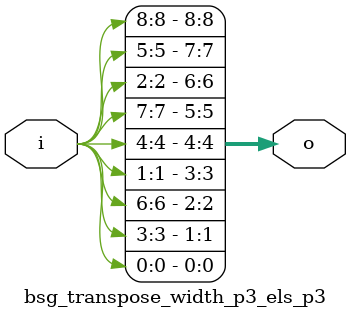
<source format=v>
module bsg_transpose_width_p3_els_p3(	// file.cleaned.mlir:2:3
  input  [8:0] i,	// file.cleaned.mlir:2:47
  output [8:0] o	// file.cleaned.mlir:2:60
);

  assign o = {i[8], i[5], i[2], i[7], i[4], i[1], i[6], i[3], i[0]};	// file.cleaned.mlir:3:10, :4:10, :5:10, :6:10, :7:10, :8:10, :9:10, :10:10, :11:10, :12:10, :13:5
endmodule


</source>
